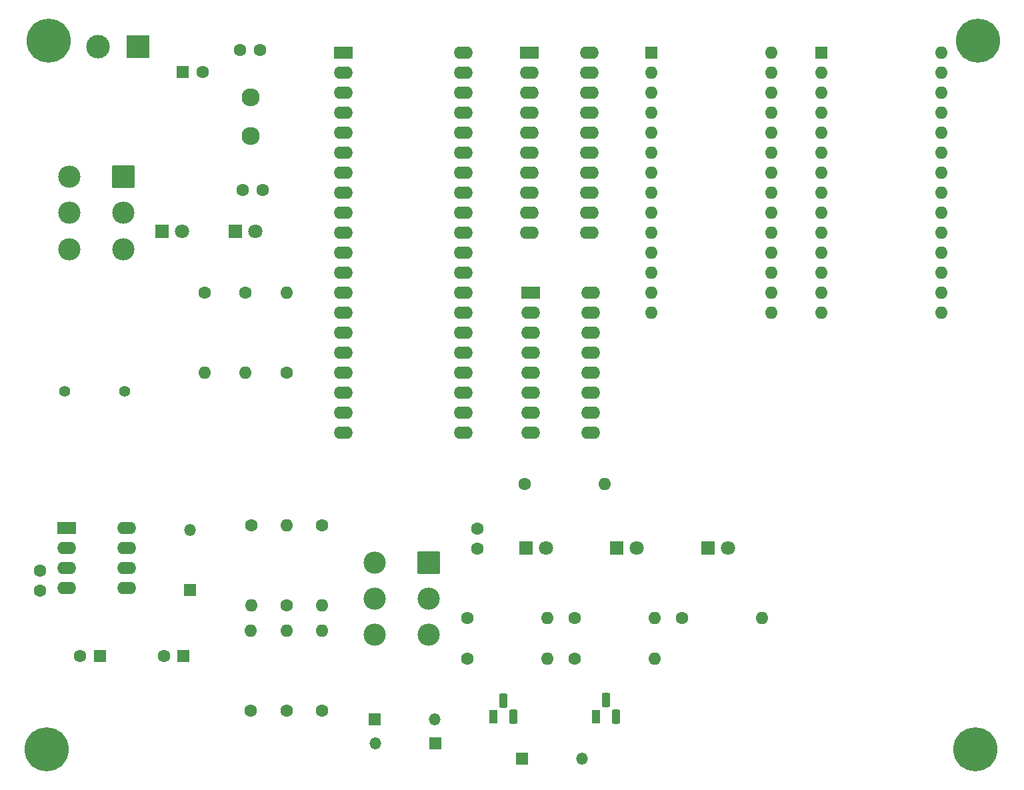
<source format=gbr>
%TF.GenerationSoftware,KiCad,Pcbnew,8.0.7*%
%TF.CreationDate,2024-12-25T23:05:31+01:00*%
%TF.ProjectId,MC68701U4_Programmer,4d433638-3730-4315-9534-5f50726f6772,0.8*%
%TF.SameCoordinates,Original*%
%TF.FileFunction,Soldermask,Bot*%
%TF.FilePolarity,Negative*%
%FSLAX46Y46*%
G04 Gerber Fmt 4.6, Leading zero omitted, Abs format (unit mm)*
G04 Created by KiCad (PCBNEW 8.0.7) date 2024-12-25 23:05:31*
%MOMM*%
%LPD*%
G01*
G04 APERTURE LIST*
G04 Aperture macros list*
%AMRoundRect*
0 Rectangle with rounded corners*
0 $1 Rounding radius*
0 $2 $3 $4 $5 $6 $7 $8 $9 X,Y pos of 4 corners*
0 Add a 4 corners polygon primitive as box body*
4,1,4,$2,$3,$4,$5,$6,$7,$8,$9,$2,$3,0*
0 Add four circle primitives for the rounded corners*
1,1,$1+$1,$2,$3*
1,1,$1+$1,$4,$5*
1,1,$1+$1,$6,$7*
1,1,$1+$1,$8,$9*
0 Add four rect primitives between the rounded corners*
20,1,$1+$1,$2,$3,$4,$5,0*
20,1,$1+$1,$4,$5,$6,$7,0*
20,1,$1+$1,$6,$7,$8,$9,0*
20,1,$1+$1,$8,$9,$2,$3,0*%
G04 Aperture macros list end*
%ADD10R,3.000000X3.000000*%
%ADD11C,3.000000*%
%ADD12R,1.600000X1.600000*%
%ADD13O,1.600000X1.600000*%
%ADD14C,1.600000*%
%ADD15C,5.600000*%
%ADD16R,1.100000X1.800000*%
%ADD17RoundRect,0.275000X-0.275000X-0.625000X0.275000X-0.625000X0.275000X0.625000X-0.275000X0.625000X0*%
%ADD18RoundRect,0.102000X-1.312500X1.312500X-1.312500X-1.312500X1.312500X-1.312500X1.312500X1.312500X0*%
%ADD19C,2.829000*%
%ADD20R,1.800000X1.800000*%
%ADD21C,1.800000*%
%ADD22R,1.500000X1.500000*%
%ADD23O,1.500000X1.500000*%
%ADD24C,1.423200*%
%ADD25R,2.400000X1.600000*%
%ADD26O,2.400000X1.600000*%
%ADD27C,2.300000*%
G04 APERTURE END LIST*
D10*
%TO.C,J1*%
X95240000Y-50500000D03*
D11*
X90160000Y-50500000D03*
%TD*%
D12*
%TO.C,U4*%
X160400000Y-51240000D03*
D13*
X160400000Y-53780000D03*
X160400000Y-56320000D03*
X160400000Y-58860000D03*
X160400000Y-61400000D03*
X160400000Y-63940000D03*
X160400000Y-66480000D03*
X160400000Y-69020000D03*
X160400000Y-71560000D03*
X160400000Y-74100000D03*
X160400000Y-76640000D03*
X160400000Y-79180000D03*
X160400000Y-81720000D03*
X160400000Y-84260000D03*
X175640000Y-84260000D03*
X175640000Y-81720000D03*
X175640000Y-79180000D03*
X175640000Y-76640000D03*
X175640000Y-74100000D03*
X175640000Y-71560000D03*
X175640000Y-69020000D03*
X175640000Y-66480000D03*
X175640000Y-63940000D03*
X175640000Y-61400000D03*
X175640000Y-58860000D03*
X175640000Y-56320000D03*
X175640000Y-53780000D03*
X175640000Y-51240000D03*
%TD*%
D14*
%TO.C,R15*%
X114100000Y-91860000D03*
D13*
X114100000Y-81700000D03*
%TD*%
D12*
%TO.C,C3*%
X101000000Y-127885000D03*
D14*
X98500000Y-127885000D03*
%TD*%
D12*
%TO.C,U3*%
X182000000Y-51240000D03*
D13*
X182000000Y-53780000D03*
X182000000Y-56320000D03*
X182000000Y-58860000D03*
X182000000Y-61400000D03*
X182000000Y-63940000D03*
X182000000Y-66480000D03*
X182000000Y-69020000D03*
X182000000Y-71560000D03*
X182000000Y-74100000D03*
X182000000Y-76640000D03*
X182000000Y-79180000D03*
X182000000Y-81720000D03*
X182000000Y-84260000D03*
X197240000Y-84260000D03*
X197240000Y-81720000D03*
X197240000Y-79180000D03*
X197240000Y-76640000D03*
X197240000Y-74100000D03*
X197240000Y-71560000D03*
X197240000Y-69020000D03*
X197240000Y-66480000D03*
X197240000Y-63940000D03*
X197240000Y-61400000D03*
X197240000Y-58860000D03*
X197240000Y-56320000D03*
X197240000Y-53780000D03*
X197240000Y-51240000D03*
%TD*%
D14*
%TO.C,R14*%
X118575000Y-134825000D03*
D13*
X118575000Y-124665000D03*
%TD*%
D14*
%TO.C,C7*%
X138300000Y-114235000D03*
X138300000Y-111735000D03*
%TD*%
%TO.C,R1*%
X114075000Y-134825000D03*
D13*
X114075000Y-124665000D03*
%TD*%
D15*
%TO.C,REF\u002A\u002A*%
X201875000Y-49700000D03*
%TD*%
D16*
%TO.C,Q1*%
X153430000Y-135570000D03*
D17*
X154700000Y-133500000D03*
X155970000Y-135570000D03*
%TD*%
D18*
%TO.C,SW1*%
X93395000Y-66985000D03*
D19*
X93395000Y-71585000D03*
X93395000Y-76185000D03*
X86485000Y-66985000D03*
X86485000Y-71585000D03*
X86485000Y-76185000D03*
%TD*%
D14*
%TO.C,R13*%
X144340000Y-106000000D03*
D13*
X154500000Y-106000000D03*
%TD*%
D20*
%TO.C,D2*%
X98300000Y-73900000D03*
D21*
X100840000Y-73900000D03*
%TD*%
D22*
%TO.C,D1*%
X101845000Y-119515000D03*
D23*
X101845000Y-111895000D03*
%TD*%
D24*
%TO.C,L1*%
X93575000Y-94295000D03*
X85955000Y-94295000D03*
%TD*%
D12*
%TO.C,C6*%
X100900000Y-53680000D03*
D14*
X103400000Y-53680000D03*
%TD*%
D20*
%TO.C,D9*%
X107600000Y-73900000D03*
D21*
X110140000Y-73900000D03*
%TD*%
D15*
%TO.C,REF\u002A\u002A*%
X83875000Y-49700000D03*
%TD*%
D20*
%TO.C,D3*%
X144470000Y-114170000D03*
D21*
X147010000Y-114170000D03*
%TD*%
D20*
%TO.C,D5*%
X156050000Y-114170000D03*
D21*
X158590000Y-114170000D03*
%TD*%
D25*
%TO.C,U2*%
X144945000Y-51290000D03*
D26*
X144945000Y-53830000D03*
X144945000Y-56370000D03*
X144945000Y-58910000D03*
X144945000Y-61450000D03*
X144945000Y-63990000D03*
X144945000Y-66530000D03*
X144945000Y-69070000D03*
X144945000Y-71610000D03*
X144945000Y-74150000D03*
X152565000Y-74150000D03*
X152565000Y-71610000D03*
X152565000Y-69070000D03*
X152565000Y-66530000D03*
X152565000Y-63990000D03*
X152565000Y-61450000D03*
X152565000Y-58910000D03*
X152565000Y-56370000D03*
X152565000Y-53830000D03*
X152565000Y-51290000D03*
%TD*%
D14*
%TO.C,C4*%
X108200000Y-50900000D03*
X110700000Y-50900000D03*
%TD*%
%TO.C,R10*%
X150680000Y-128220000D03*
D13*
X160840000Y-128220000D03*
%TD*%
D14*
%TO.C,R9*%
X108900000Y-81700000D03*
D13*
X108900000Y-91860000D03*
%TD*%
D25*
%TO.C,U6*%
X86165000Y-111655000D03*
D26*
X86165000Y-114195000D03*
X86165000Y-116735000D03*
X86165000Y-119275000D03*
X93785000Y-119275000D03*
X93785000Y-116735000D03*
X93785000Y-114195000D03*
X93785000Y-111655000D03*
%TD*%
D14*
%TO.C,R4*%
X114075000Y-121435000D03*
D13*
X114075000Y-111275000D03*
%TD*%
D12*
%TO.C,C1*%
X90365000Y-127885000D03*
D14*
X87865000Y-127885000D03*
%TD*%
%TO.C,R6*%
X137070000Y-123060000D03*
D13*
X147230000Y-123060000D03*
%TD*%
D14*
%TO.C,R3*%
X118575000Y-111275000D03*
D13*
X118575000Y-121435000D03*
%TD*%
D14*
%TO.C,R7*%
X164290000Y-123060000D03*
D13*
X174450000Y-123060000D03*
%TD*%
D22*
%TO.C,D7*%
X144000000Y-140900000D03*
D23*
X151620000Y-140900000D03*
%TD*%
D20*
%TO.C,D4*%
X167630000Y-114170000D03*
D21*
X170170000Y-114170000D03*
%TD*%
D14*
%TO.C,R5*%
X103700000Y-81700000D03*
D13*
X103700000Y-91860000D03*
%TD*%
D27*
%TO.C,Y1*%
X109500000Y-61800000D03*
X109500000Y-56900000D03*
%TD*%
D16*
%TO.C,Q2*%
X140360000Y-135600000D03*
D17*
X141630000Y-133530000D03*
X142900000Y-135600000D03*
%TD*%
D14*
%TO.C,R12*%
X109600000Y-111320000D03*
D13*
X109600000Y-121480000D03*
%TD*%
D14*
%TO.C,R2*%
X109575000Y-134825000D03*
D13*
X109575000Y-124665000D03*
%TD*%
D14*
%TO.C,R8*%
X150680000Y-123060000D03*
D13*
X160840000Y-123060000D03*
%TD*%
D25*
%TO.C,U1*%
X145100000Y-81740000D03*
D26*
X145100000Y-84280000D03*
X145100000Y-86820000D03*
X145100000Y-89360000D03*
X145100000Y-91900000D03*
X145100000Y-94440000D03*
X145100000Y-96980000D03*
X145100000Y-99520000D03*
X152720000Y-99520000D03*
X152720000Y-96980000D03*
X152720000Y-94440000D03*
X152720000Y-91900000D03*
X152720000Y-89360000D03*
X152720000Y-86820000D03*
X152720000Y-84280000D03*
X152720000Y-81740000D03*
%TD*%
D14*
%TO.C,R11*%
X137070000Y-128220000D03*
D13*
X147230000Y-128220000D03*
%TD*%
D14*
%TO.C,C2*%
X82800000Y-117050000D03*
X82800000Y-119550000D03*
%TD*%
%TO.C,C5*%
X108520000Y-68720000D03*
X111020000Y-68720000D03*
%TD*%
D25*
%TO.C,U5*%
X121340000Y-51290000D03*
D26*
X121340000Y-53830000D03*
X121340000Y-56370000D03*
X121340000Y-58910000D03*
X121340000Y-61450000D03*
X121340000Y-63990000D03*
X121340000Y-66530000D03*
X121340000Y-69070000D03*
X121340000Y-71610000D03*
X121340000Y-74150000D03*
X121340000Y-76690000D03*
X121340000Y-79230000D03*
X121340000Y-81770000D03*
X121340000Y-84310000D03*
X121340000Y-86850000D03*
X121340000Y-89390000D03*
X121340000Y-91930000D03*
X121340000Y-94470000D03*
X121340000Y-97010000D03*
X121340000Y-99550000D03*
X136580000Y-99550000D03*
X136580000Y-97010000D03*
X136580000Y-94470000D03*
X136580000Y-91930000D03*
X136580000Y-89390000D03*
X136580000Y-86850000D03*
X136580000Y-84310000D03*
X136580000Y-81770000D03*
X136580000Y-79230000D03*
X136580000Y-76690000D03*
X136580000Y-74150000D03*
X136580000Y-71610000D03*
X136580000Y-69070000D03*
X136580000Y-66530000D03*
X136580000Y-63990000D03*
X136580000Y-61450000D03*
X136580000Y-58910000D03*
X136580000Y-56370000D03*
X136580000Y-53830000D03*
X136580000Y-51290000D03*
%TD*%
D15*
%TO.C,*%
X83600000Y-139700000D03*
%TD*%
D22*
%TO.C,D8*%
X125280000Y-135900000D03*
D23*
X132900000Y-135900000D03*
%TD*%
D15*
%TO.C,*%
X201600000Y-139700000D03*
%TD*%
D18*
%TO.C,SW2*%
X132155000Y-116000000D03*
D19*
X132155000Y-120600000D03*
X132155000Y-125200000D03*
X125245000Y-116000000D03*
X125245000Y-120600000D03*
X125245000Y-125200000D03*
%TD*%
D22*
%TO.C,D6*%
X133000000Y-139000000D03*
D23*
X125380000Y-139000000D03*
%TD*%
M02*

</source>
